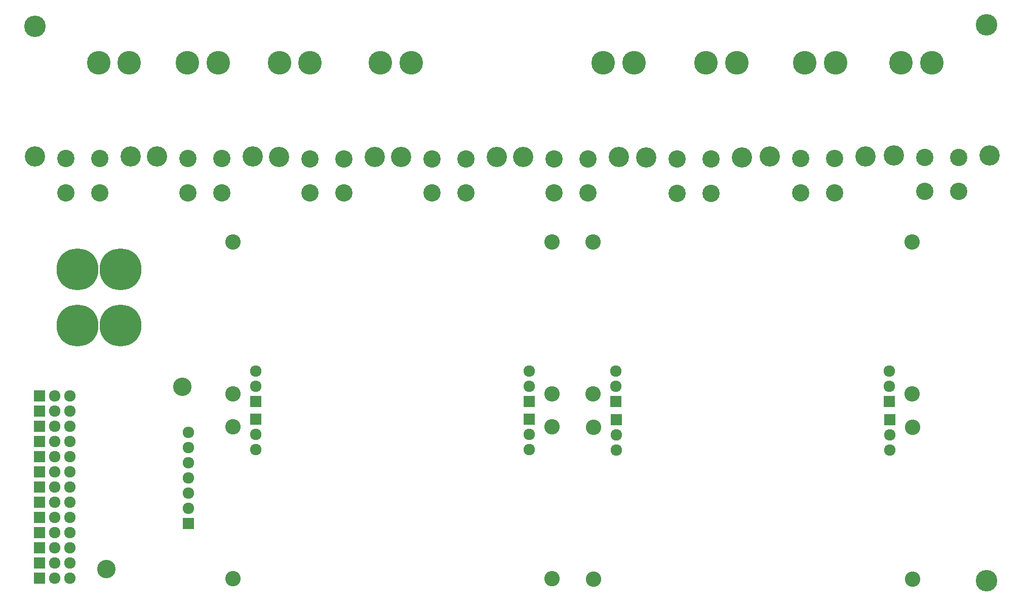
<source format=gts>
G04 #@! TF.FileFunction,Soldermask,Top*
%FSLAX46Y46*%
G04 Gerber Fmt 4.6, Leading zero omitted, Abs format (unit mm)*
G04 Created by KiCad (PCBNEW 4.0.7) date 01/25/18 14:49:12*
%MOMM*%
%LPD*%
G01*
G04 APERTURE LIST*
%ADD10C,0.100000*%
%ADD11C,3.092400*%
%ADD12R,1.924000X1.924000*%
%ADD13C,1.924000*%
%ADD14C,2.584400*%
%ADD15C,2.900000*%
%ADD16C,3.400000*%
%ADD17C,3.956000*%
%ADD18C,7.004000*%
%ADD19C,3.600000*%
G04 APERTURE END LIST*
D10*
D11*
X77093990Y-114586324D03*
X64393990Y-145066324D03*
D12*
X53217990Y-146590324D03*
D13*
X58297990Y-146590324D03*
X78109990Y-122206324D03*
X78109990Y-124746324D03*
X78109990Y-127286324D03*
X78109990Y-129826324D03*
X78109990Y-132366324D03*
X78109990Y-134906324D03*
D12*
X78109990Y-137446324D03*
D13*
X55757990Y-146590324D03*
X58297990Y-144050324D03*
X55757990Y-144050324D03*
X58297990Y-141510324D03*
X55757990Y-141510324D03*
X58297990Y-138970324D03*
X55757990Y-138970324D03*
X58297990Y-136430324D03*
X55757990Y-136430324D03*
X58297990Y-133890324D03*
X55757990Y-133890324D03*
X58297990Y-131350324D03*
X55757990Y-131350324D03*
X58297990Y-128810324D03*
X55757990Y-128810324D03*
X58297990Y-126270324D03*
X55757990Y-126270324D03*
X58297990Y-123730324D03*
X55757990Y-123730324D03*
X58297990Y-121190324D03*
X55757990Y-121190324D03*
X58297990Y-118650324D03*
X55757990Y-118650324D03*
X58297990Y-116110324D03*
X55757990Y-116110324D03*
D12*
X53217990Y-144050324D03*
X53217990Y-141510324D03*
X53217990Y-138970324D03*
X53217990Y-136430324D03*
X53217990Y-133890324D03*
X53217990Y-131350324D03*
X53217990Y-128810324D03*
X53217990Y-126270324D03*
X53217990Y-123730324D03*
X53217990Y-121190324D03*
X53217990Y-118650324D03*
X53217990Y-116110324D03*
D14*
X199134342Y-90420262D03*
X199134342Y-115820262D03*
D12*
X195324342Y-117090262D03*
D13*
X195324342Y-114550262D03*
X195324342Y-112010262D03*
D14*
X145794342Y-90420262D03*
D15*
X98440000Y-76525000D03*
X104140000Y-76525000D03*
X98440000Y-82225000D03*
X104140000Y-82225000D03*
D16*
X109310000Y-76200000D03*
X93270000Y-76200000D03*
D17*
X152654000Y-60452000D03*
X147523200Y-60452000D03*
X63119000Y-60452000D03*
X68249800Y-60452000D03*
X169799000Y-60452000D03*
X164668200Y-60452000D03*
X77978000Y-60452000D03*
X83108800Y-60452000D03*
X186309000Y-60452000D03*
X181178200Y-60452000D03*
X93345000Y-60452000D03*
X98475800Y-60452000D03*
X202438000Y-60452000D03*
X197307200Y-60452000D03*
X110236000Y-60452000D03*
X115366800Y-60452000D03*
D18*
X66802000Y-94996000D03*
X59639200Y-94996000D03*
X66802000Y-104394000D03*
X59639200Y-104394000D03*
D14*
X145796000Y-90424000D03*
X145796000Y-115824000D03*
D12*
X149606000Y-117094000D03*
D13*
X149606000Y-114554000D03*
X149606000Y-112014000D03*
D14*
X199136000Y-90424000D03*
X199212200Y-146761200D03*
X199212200Y-121361200D03*
D12*
X195402200Y-120091200D03*
D13*
X195402200Y-122631200D03*
X195402200Y-125171200D03*
D14*
X145872200Y-146761200D03*
X85598000Y-90420262D03*
X85598000Y-115820262D03*
D12*
X89408000Y-117090262D03*
D13*
X89408000Y-114550262D03*
X89408000Y-112010262D03*
D14*
X138938000Y-90420262D03*
X138938000Y-146685000D03*
X138938000Y-121285000D03*
D12*
X135128000Y-120015000D03*
D13*
X135128000Y-122555000D03*
X135128000Y-125095000D03*
D14*
X85598000Y-146685000D03*
X138925041Y-90423775D03*
X138925041Y-115823775D03*
D12*
X135115041Y-117093775D03*
D13*
X135115041Y-114553775D03*
X135115041Y-112013775D03*
D14*
X85585041Y-90423775D03*
X85583557Y-146687065D03*
X85583557Y-121287065D03*
D12*
X89393557Y-120017065D03*
D13*
X89393557Y-122557065D03*
X89393557Y-125097065D03*
D14*
X138923557Y-146687065D03*
X145872200Y-146761200D03*
X145872200Y-121361200D03*
D12*
X149682200Y-120091200D03*
D13*
X149682200Y-122631200D03*
X149682200Y-125171200D03*
D14*
X199212200Y-146761200D03*
D15*
X83743800Y-76454000D03*
X78043800Y-76454000D03*
X83743800Y-82154000D03*
X78043800Y-82154000D03*
D16*
X72873800Y-76129000D03*
X88913800Y-76129000D03*
D15*
X124547800Y-76499600D03*
X118847800Y-76499600D03*
X124547800Y-82199600D03*
X118847800Y-82199600D03*
D16*
X113677800Y-76174600D03*
X129717800Y-76174600D03*
D15*
X165531800Y-76555600D03*
X159831800Y-76555600D03*
X165531800Y-82255600D03*
X159831800Y-82255600D03*
D16*
X154661800Y-76230600D03*
X170701800Y-76230600D03*
D15*
X206918800Y-76276200D03*
X201218800Y-76276200D03*
X206918800Y-81976200D03*
X201218800Y-81976200D03*
D16*
X196048800Y-75951200D03*
X212088800Y-75951200D03*
D15*
X180482000Y-76454000D03*
X186182000Y-76454000D03*
X180482000Y-82154000D03*
X186182000Y-82154000D03*
D16*
X191352000Y-76129000D03*
X175312000Y-76129000D03*
D15*
X139244000Y-76525000D03*
X144944000Y-76525000D03*
X139244000Y-82225000D03*
X144944000Y-82225000D03*
D16*
X150114000Y-76200000D03*
X134074000Y-76200000D03*
D15*
X57658000Y-76454000D03*
X63358000Y-76454000D03*
X57658000Y-82154000D03*
X63358000Y-82154000D03*
D16*
X68528000Y-76129000D03*
X52488000Y-76129000D03*
D19*
X52527200Y-54330600D03*
X211582000Y-54102000D03*
X211582000Y-147066000D03*
M02*

</source>
